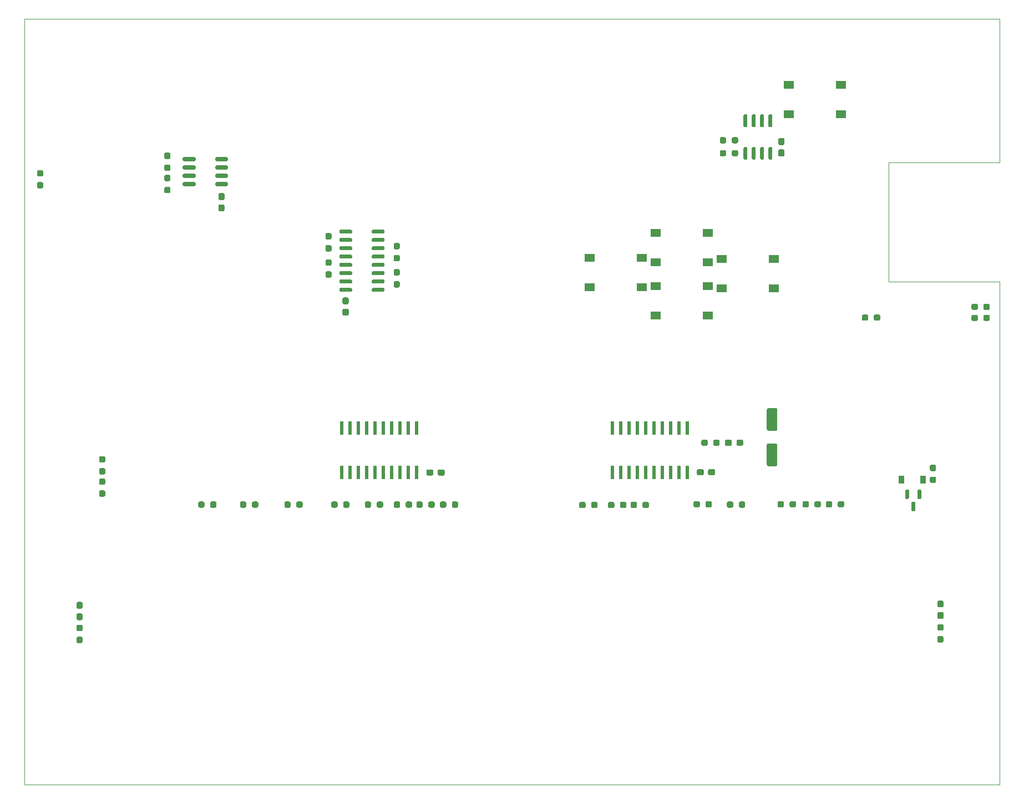
<source format=gbr>
G04 #@! TF.GenerationSoftware,KiCad,Pcbnew,(6.0.6)*
G04 #@! TF.CreationDate,2022-07-22T14:40:09-04:00*
G04 #@! TF.ProjectId,BBB_16,4242425f-3136-42e6-9b69-6361645f7063,v2*
G04 #@! TF.SameCoordinates,Original*
G04 #@! TF.FileFunction,Paste,Top*
G04 #@! TF.FilePolarity,Positive*
%FSLAX46Y46*%
G04 Gerber Fmt 4.6, Leading zero omitted, Abs format (unit mm)*
G04 Created by KiCad (PCBNEW (6.0.6)) date 2022-07-22 14:40:09*
%MOMM*%
%LPD*%
G01*
G04 APERTURE LIST*
G04 #@! TA.AperFunction,Profile*
%ADD10C,0.050000*%
G04 #@! TD*
%ADD11R,0.900000X1.200000*%
%ADD12R,1.550000X1.300000*%
%ADD13R,0.558800X2.159000*%
G04 APERTURE END LIST*
D10*
X218967000Y-153599800D02*
X218967000Y-76799800D01*
X70167000Y-36699800D02*
X70167000Y-153615800D01*
X218967000Y-36699800D02*
X70167000Y-36699800D01*
X218967000Y-58599800D02*
X218967000Y-36699800D01*
X202067000Y-58599800D02*
X202067000Y-76799800D01*
X202067000Y-76799800D02*
X218967000Y-76799800D01*
X218967000Y-153599800D02*
X70167000Y-153615800D01*
X218967000Y-58599800D02*
X202067000Y-58599800D01*
G36*
G01*
X131492000Y-106187300D02*
X131492000Y-105712300D01*
G75*
G02*
X131729500Y-105474800I237500J0D01*
G01*
X132329500Y-105474800D01*
G75*
G02*
X132567000Y-105712300I0J-237500D01*
G01*
X132567000Y-106187300D01*
G75*
G02*
X132329500Y-106424800I-237500J0D01*
G01*
X131729500Y-106424800D01*
G75*
G02*
X131492000Y-106187300I0J237500D01*
G01*
G37*
G36*
G01*
X133217000Y-106187300D02*
X133217000Y-105712300D01*
G75*
G02*
X133454500Y-105474800I237500J0D01*
G01*
X134054500Y-105474800D01*
G75*
G02*
X134292000Y-105712300I0J-237500D01*
G01*
X134292000Y-106187300D01*
G75*
G02*
X134054500Y-106424800I-237500J0D01*
G01*
X133454500Y-106424800D01*
G75*
G02*
X133217000Y-106187300I0J237500D01*
G01*
G37*
G36*
G01*
X172767000Y-106137300D02*
X172767000Y-105662300D01*
G75*
G02*
X173004500Y-105424800I237500J0D01*
G01*
X173604500Y-105424800D01*
G75*
G02*
X173842000Y-105662300I0J-237500D01*
G01*
X173842000Y-106137300D01*
G75*
G02*
X173604500Y-106374800I-237500J0D01*
G01*
X173004500Y-106374800D01*
G75*
G02*
X172767000Y-106137300I0J237500D01*
G01*
G37*
G36*
G01*
X174492000Y-106137300D02*
X174492000Y-105662300D01*
G75*
G02*
X174729500Y-105424800I237500J0D01*
G01*
X175329500Y-105424800D01*
G75*
G02*
X175567000Y-105662300I0J-237500D01*
G01*
X175567000Y-106137300D01*
G75*
G02*
X175329500Y-106374800I-237500J0D01*
G01*
X174729500Y-106374800D01*
G75*
G02*
X174492000Y-106137300I0J237500D01*
G01*
G37*
D11*
X203967000Y-107049800D03*
X207267000Y-107049800D03*
G36*
G01*
X92204500Y-59899800D02*
X91729500Y-59899800D01*
G75*
G02*
X91492000Y-59662300I0J237500D01*
G01*
X91492000Y-59162300D01*
G75*
G02*
X91729500Y-58924800I237500J0D01*
G01*
X92204500Y-58924800D01*
G75*
G02*
X92442000Y-59162300I0J-237500D01*
G01*
X92442000Y-59662300D01*
G75*
G02*
X92204500Y-59899800I-237500J0D01*
G01*
G37*
G36*
G01*
X92204500Y-58074800D02*
X91729500Y-58074800D01*
G75*
G02*
X91492000Y-57837300I0J237500D01*
G01*
X91492000Y-57337300D01*
G75*
G02*
X91729500Y-57099800I237500J0D01*
G01*
X92204500Y-57099800D01*
G75*
G02*
X92442000Y-57337300I0J-237500D01*
G01*
X92442000Y-57837300D01*
G75*
G02*
X92204500Y-58074800I-237500J0D01*
G01*
G37*
G36*
G01*
X92204500Y-63299800D02*
X91729500Y-63299800D01*
G75*
G02*
X91492000Y-63062300I0J237500D01*
G01*
X91492000Y-62562300D01*
G75*
G02*
X91729500Y-62324800I237500J0D01*
G01*
X92204500Y-62324800D01*
G75*
G02*
X92442000Y-62562300I0J-237500D01*
G01*
X92442000Y-63062300D01*
G75*
G02*
X92204500Y-63299800I-237500J0D01*
G01*
G37*
G36*
G01*
X92204500Y-61474800D02*
X91729500Y-61474800D01*
G75*
G02*
X91492000Y-61237300I0J237500D01*
G01*
X91492000Y-60737300D01*
G75*
G02*
X91729500Y-60499800I237500J0D01*
G01*
X92204500Y-60499800D01*
G75*
G02*
X92442000Y-60737300I0J-237500D01*
G01*
X92442000Y-61237300D01*
G75*
G02*
X92204500Y-61474800I-237500J0D01*
G01*
G37*
G36*
G01*
X78329500Y-125699800D02*
X78804500Y-125699800D01*
G75*
G02*
X79042000Y-125937300I0J-237500D01*
G01*
X79042000Y-126512300D01*
G75*
G02*
X78804500Y-126749800I-237500J0D01*
G01*
X78329500Y-126749800D01*
G75*
G02*
X78092000Y-126512300I0J237500D01*
G01*
X78092000Y-125937300D01*
G75*
G02*
X78329500Y-125699800I237500J0D01*
G01*
G37*
G36*
G01*
X78329500Y-127449800D02*
X78804500Y-127449800D01*
G75*
G02*
X79042000Y-127687300I0J-237500D01*
G01*
X79042000Y-128262300D01*
G75*
G02*
X78804500Y-128499800I-237500J0D01*
G01*
X78329500Y-128499800D01*
G75*
G02*
X78092000Y-128262300I0J237500D01*
G01*
X78092000Y-127687300D01*
G75*
G02*
X78329500Y-127449800I237500J0D01*
G01*
G37*
G36*
G01*
X209729500Y-125499800D02*
X210204500Y-125499800D01*
G75*
G02*
X210442000Y-125737300I0J-237500D01*
G01*
X210442000Y-126312300D01*
G75*
G02*
X210204500Y-126549800I-237500J0D01*
G01*
X209729500Y-126549800D01*
G75*
G02*
X209492000Y-126312300I0J237500D01*
G01*
X209492000Y-125737300D01*
G75*
G02*
X209729500Y-125499800I237500J0D01*
G01*
G37*
G36*
G01*
X209729500Y-127249800D02*
X210204500Y-127249800D01*
G75*
G02*
X210442000Y-127487300I0J-237500D01*
G01*
X210442000Y-128062300D01*
G75*
G02*
X210204500Y-128299800I-237500J0D01*
G01*
X209729500Y-128299800D01*
G75*
G02*
X209492000Y-128062300I0J237500D01*
G01*
X209492000Y-127487300D01*
G75*
G02*
X209729500Y-127249800I237500J0D01*
G01*
G37*
G36*
G01*
X78329500Y-129199800D02*
X78804500Y-129199800D01*
G75*
G02*
X79042000Y-129437300I0J-237500D01*
G01*
X79042000Y-129937300D01*
G75*
G02*
X78804500Y-130174800I-237500J0D01*
G01*
X78329500Y-130174800D01*
G75*
G02*
X78092000Y-129937300I0J237500D01*
G01*
X78092000Y-129437300D01*
G75*
G02*
X78329500Y-129199800I237500J0D01*
G01*
G37*
G36*
G01*
X78329500Y-131024800D02*
X78804500Y-131024800D01*
G75*
G02*
X79042000Y-131262300I0J-237500D01*
G01*
X79042000Y-131762300D01*
G75*
G02*
X78804500Y-131999800I-237500J0D01*
G01*
X78329500Y-131999800D01*
G75*
G02*
X78092000Y-131762300I0J237500D01*
G01*
X78092000Y-131262300D01*
G75*
G02*
X78329500Y-131024800I237500J0D01*
G01*
G37*
G36*
G01*
X209729500Y-129099800D02*
X210204500Y-129099800D01*
G75*
G02*
X210442000Y-129337300I0J-237500D01*
G01*
X210442000Y-129837300D01*
G75*
G02*
X210204500Y-130074800I-237500J0D01*
G01*
X209729500Y-130074800D01*
G75*
G02*
X209492000Y-129837300I0J237500D01*
G01*
X209492000Y-129337300D01*
G75*
G02*
X209729500Y-129099800I237500J0D01*
G01*
G37*
G36*
G01*
X209729500Y-130924800D02*
X210204500Y-130924800D01*
G75*
G02*
X210442000Y-131162300I0J-237500D01*
G01*
X210442000Y-131662300D01*
G75*
G02*
X210204500Y-131899800I-237500J0D01*
G01*
X209729500Y-131899800D01*
G75*
G02*
X209492000Y-131662300I0J237500D01*
G01*
X209492000Y-131162300D01*
G75*
G02*
X209729500Y-130924800I237500J0D01*
G01*
G37*
G36*
G01*
X177067000Y-101637300D02*
X177067000Y-101162300D01*
G75*
G02*
X177304500Y-100924800I237500J0D01*
G01*
X177879500Y-100924800D01*
G75*
G02*
X178117000Y-101162300I0J-237500D01*
G01*
X178117000Y-101637300D01*
G75*
G02*
X177879500Y-101874800I-237500J0D01*
G01*
X177304500Y-101874800D01*
G75*
G02*
X177067000Y-101637300I0J237500D01*
G01*
G37*
G36*
G01*
X178817000Y-101637300D02*
X178817000Y-101162300D01*
G75*
G02*
X179054500Y-100924800I237500J0D01*
G01*
X179629500Y-100924800D01*
G75*
G02*
X179867000Y-101162300I0J-237500D01*
G01*
X179867000Y-101637300D01*
G75*
G02*
X179629500Y-101874800I-237500J0D01*
G01*
X179054500Y-101874800D01*
G75*
G02*
X178817000Y-101637300I0J237500D01*
G01*
G37*
G36*
G01*
X179077000Y-54982300D02*
X179077000Y-55457300D01*
G75*
G02*
X178839500Y-55694800I-237500J0D01*
G01*
X178339500Y-55694800D01*
G75*
G02*
X178102000Y-55457300I0J237500D01*
G01*
X178102000Y-54982300D01*
G75*
G02*
X178339500Y-54744800I237500J0D01*
G01*
X178839500Y-54744800D01*
G75*
G02*
X179077000Y-54982300I0J-237500D01*
G01*
G37*
G36*
G01*
X177252000Y-54982300D02*
X177252000Y-55457300D01*
G75*
G02*
X177014500Y-55694800I-237500J0D01*
G01*
X176514500Y-55694800D01*
G75*
G02*
X176277000Y-55457300I0J237500D01*
G01*
X176277000Y-54982300D01*
G75*
G02*
X176514500Y-54744800I237500J0D01*
G01*
X177014500Y-54744800D01*
G75*
G02*
X177252000Y-54982300I0J-237500D01*
G01*
G37*
G36*
G01*
X99979500Y-63274800D02*
X100454500Y-63274800D01*
G75*
G02*
X100692000Y-63512300I0J-237500D01*
G01*
X100692000Y-64112300D01*
G75*
G02*
X100454500Y-64349800I-237500J0D01*
G01*
X99979500Y-64349800D01*
G75*
G02*
X99742000Y-64112300I0J237500D01*
G01*
X99742000Y-63512300D01*
G75*
G02*
X99979500Y-63274800I237500J0D01*
G01*
G37*
G36*
G01*
X99979500Y-64999800D02*
X100454500Y-64999800D01*
G75*
G02*
X100692000Y-65237300I0J-237500D01*
G01*
X100692000Y-65837300D01*
G75*
G02*
X100454500Y-66074800I-237500J0D01*
G01*
X99979500Y-66074800D01*
G75*
G02*
X99742000Y-65837300I0J237500D01*
G01*
X99742000Y-65237300D01*
G75*
G02*
X99979500Y-64999800I237500J0D01*
G01*
G37*
D12*
X186792000Y-46749800D03*
X194742000Y-46749800D03*
X186792000Y-51249800D03*
X194742000Y-51249800D03*
D13*
X171332000Y-99171600D03*
X170062000Y-99171600D03*
X168792000Y-99171600D03*
X167522000Y-99171600D03*
X166252000Y-99171600D03*
X164982000Y-99171600D03*
X163712000Y-99171600D03*
X162442000Y-99171600D03*
X161172000Y-99171600D03*
X159902000Y-99171600D03*
X159902000Y-105928000D03*
X161172000Y-105928000D03*
X162442000Y-105928000D03*
X163712000Y-105928000D03*
X164982000Y-105928000D03*
X166252000Y-105928000D03*
X167522000Y-105928000D03*
X168792000Y-105928000D03*
X170062000Y-105928000D03*
X171332000Y-105928000D03*
G36*
G01*
X185914500Y-57682300D02*
X185439500Y-57682300D01*
G75*
G02*
X185202000Y-57444800I0J237500D01*
G01*
X185202000Y-56844800D01*
G75*
G02*
X185439500Y-56607300I237500J0D01*
G01*
X185914500Y-56607300D01*
G75*
G02*
X186152000Y-56844800I0J-237500D01*
G01*
X186152000Y-57444800D01*
G75*
G02*
X185914500Y-57682300I-237500J0D01*
G01*
G37*
G36*
G01*
X185914500Y-55957300D02*
X185439500Y-55957300D01*
G75*
G02*
X185202000Y-55719800I0J237500D01*
G01*
X185202000Y-55119800D01*
G75*
G02*
X185439500Y-54882300I237500J0D01*
G01*
X185914500Y-54882300D01*
G75*
G02*
X186152000Y-55119800I0J-237500D01*
G01*
X186152000Y-55719800D01*
G75*
G02*
X185914500Y-55957300I-237500J0D01*
G01*
G37*
G36*
G01*
X179077000Y-56962300D02*
X179077000Y-57437300D01*
G75*
G02*
X178839500Y-57674800I-237500J0D01*
G01*
X178339500Y-57674800D01*
G75*
G02*
X178102000Y-57437300I0J237500D01*
G01*
X178102000Y-56962300D01*
G75*
G02*
X178339500Y-56724800I237500J0D01*
G01*
X178839500Y-56724800D01*
G75*
G02*
X179077000Y-56962300I0J-237500D01*
G01*
G37*
G36*
G01*
X177252000Y-56962300D02*
X177252000Y-57437300D01*
G75*
G02*
X177014500Y-57674800I-237500J0D01*
G01*
X176514500Y-57674800D01*
G75*
G02*
X176277000Y-57437300I0J237500D01*
G01*
X176277000Y-56962300D01*
G75*
G02*
X176514500Y-56724800I237500J0D01*
G01*
X177014500Y-56724800D01*
G75*
G02*
X177252000Y-56962300I0J-237500D01*
G01*
G37*
G36*
G01*
X183862000Y-51279800D02*
X184162000Y-51279800D01*
G75*
G02*
X184312000Y-51429800I0J-150000D01*
G01*
X184312000Y-53079800D01*
G75*
G02*
X184162000Y-53229800I-150000J0D01*
G01*
X183862000Y-53229800D01*
G75*
G02*
X183712000Y-53079800I0J150000D01*
G01*
X183712000Y-51429800D01*
G75*
G02*
X183862000Y-51279800I150000J0D01*
G01*
G37*
G36*
G01*
X182592000Y-51279800D02*
X182892000Y-51279800D01*
G75*
G02*
X183042000Y-51429800I0J-150000D01*
G01*
X183042000Y-53079800D01*
G75*
G02*
X182892000Y-53229800I-150000J0D01*
G01*
X182592000Y-53229800D01*
G75*
G02*
X182442000Y-53079800I0J150000D01*
G01*
X182442000Y-51429800D01*
G75*
G02*
X182592000Y-51279800I150000J0D01*
G01*
G37*
G36*
G01*
X181322000Y-51279800D02*
X181622000Y-51279800D01*
G75*
G02*
X181772000Y-51429800I0J-150000D01*
G01*
X181772000Y-53079800D01*
G75*
G02*
X181622000Y-53229800I-150000J0D01*
G01*
X181322000Y-53229800D01*
G75*
G02*
X181172000Y-53079800I0J150000D01*
G01*
X181172000Y-51429800D01*
G75*
G02*
X181322000Y-51279800I150000J0D01*
G01*
G37*
G36*
G01*
X180052000Y-51279800D02*
X180352000Y-51279800D01*
G75*
G02*
X180502000Y-51429800I0J-150000D01*
G01*
X180502000Y-53079800D01*
G75*
G02*
X180352000Y-53229800I-150000J0D01*
G01*
X180052000Y-53229800D01*
G75*
G02*
X179902000Y-53079800I0J150000D01*
G01*
X179902000Y-51429800D01*
G75*
G02*
X180052000Y-51279800I150000J0D01*
G01*
G37*
G36*
G01*
X180052000Y-56229800D02*
X180352000Y-56229800D01*
G75*
G02*
X180502000Y-56379800I0J-150000D01*
G01*
X180502000Y-58029800D01*
G75*
G02*
X180352000Y-58179800I-150000J0D01*
G01*
X180052000Y-58179800D01*
G75*
G02*
X179902000Y-58029800I0J150000D01*
G01*
X179902000Y-56379800D01*
G75*
G02*
X180052000Y-56229800I150000J0D01*
G01*
G37*
G36*
G01*
X181322000Y-56229800D02*
X181622000Y-56229800D01*
G75*
G02*
X181772000Y-56379800I0J-150000D01*
G01*
X181772000Y-58029800D01*
G75*
G02*
X181622000Y-58179800I-150000J0D01*
G01*
X181322000Y-58179800D01*
G75*
G02*
X181172000Y-58029800I0J150000D01*
G01*
X181172000Y-56379800D01*
G75*
G02*
X181322000Y-56229800I150000J0D01*
G01*
G37*
G36*
G01*
X182592000Y-56229800D02*
X182892000Y-56229800D01*
G75*
G02*
X183042000Y-56379800I0J-150000D01*
G01*
X183042000Y-58029800D01*
G75*
G02*
X182892000Y-58179800I-150000J0D01*
G01*
X182592000Y-58179800D01*
G75*
G02*
X182442000Y-58029800I0J150000D01*
G01*
X182442000Y-56379800D01*
G75*
G02*
X182592000Y-56229800I150000J0D01*
G01*
G37*
G36*
G01*
X183862000Y-56229800D02*
X184162000Y-56229800D01*
G75*
G02*
X184312000Y-56379800I0J-150000D01*
G01*
X184312000Y-58029800D01*
G75*
G02*
X184162000Y-58179800I-150000J0D01*
G01*
X183862000Y-58179800D01*
G75*
G02*
X183712000Y-58029800I0J150000D01*
G01*
X183712000Y-56379800D01*
G75*
G02*
X183862000Y-56229800I150000J0D01*
G01*
G37*
X129982000Y-99171600D03*
X128712000Y-99171600D03*
X127442000Y-99171600D03*
X126172000Y-99171600D03*
X124902000Y-99171600D03*
X123632000Y-99171600D03*
X122362000Y-99171600D03*
X121092000Y-99171600D03*
X119822000Y-99171600D03*
X118552000Y-99171600D03*
X118552000Y-105928000D03*
X119822000Y-105928000D03*
X121092000Y-105928000D03*
X122362000Y-105928000D03*
X123632000Y-105928000D03*
X124902000Y-105928000D03*
X126172000Y-105928000D03*
X127442000Y-105928000D03*
X128712000Y-105928000D03*
X129982000Y-105928000D03*
G36*
G01*
X101217000Y-61754800D02*
X101217000Y-62054800D01*
G75*
G02*
X101067000Y-62204800I-150000J0D01*
G01*
X99417000Y-62204800D01*
G75*
G02*
X99267000Y-62054800I0J150000D01*
G01*
X99267000Y-61754800D01*
G75*
G02*
X99417000Y-61604800I150000J0D01*
G01*
X101067000Y-61604800D01*
G75*
G02*
X101217000Y-61754800I0J-150000D01*
G01*
G37*
G36*
G01*
X101217000Y-60484800D02*
X101217000Y-60784800D01*
G75*
G02*
X101067000Y-60934800I-150000J0D01*
G01*
X99417000Y-60934800D01*
G75*
G02*
X99267000Y-60784800I0J150000D01*
G01*
X99267000Y-60484800D01*
G75*
G02*
X99417000Y-60334800I150000J0D01*
G01*
X101067000Y-60334800D01*
G75*
G02*
X101217000Y-60484800I0J-150000D01*
G01*
G37*
G36*
G01*
X101217000Y-59214800D02*
X101217000Y-59514800D01*
G75*
G02*
X101067000Y-59664800I-150000J0D01*
G01*
X99417000Y-59664800D01*
G75*
G02*
X99267000Y-59514800I0J150000D01*
G01*
X99267000Y-59214800D01*
G75*
G02*
X99417000Y-59064800I150000J0D01*
G01*
X101067000Y-59064800D01*
G75*
G02*
X101217000Y-59214800I0J-150000D01*
G01*
G37*
G36*
G01*
X101217000Y-57944800D02*
X101217000Y-58244800D01*
G75*
G02*
X101067000Y-58394800I-150000J0D01*
G01*
X99417000Y-58394800D01*
G75*
G02*
X99267000Y-58244800I0J150000D01*
G01*
X99267000Y-57944800D01*
G75*
G02*
X99417000Y-57794800I150000J0D01*
G01*
X101067000Y-57794800D01*
G75*
G02*
X101217000Y-57944800I0J-150000D01*
G01*
G37*
G36*
G01*
X96267000Y-57944800D02*
X96267000Y-58244800D01*
G75*
G02*
X96117000Y-58394800I-150000J0D01*
G01*
X94467000Y-58394800D01*
G75*
G02*
X94317000Y-58244800I0J150000D01*
G01*
X94317000Y-57944800D01*
G75*
G02*
X94467000Y-57794800I150000J0D01*
G01*
X96117000Y-57794800D01*
G75*
G02*
X96267000Y-57944800I0J-150000D01*
G01*
G37*
G36*
G01*
X96267000Y-59214800D02*
X96267000Y-59514800D01*
G75*
G02*
X96117000Y-59664800I-150000J0D01*
G01*
X94467000Y-59664800D01*
G75*
G02*
X94317000Y-59514800I0J150000D01*
G01*
X94317000Y-59214800D01*
G75*
G02*
X94467000Y-59064800I150000J0D01*
G01*
X96117000Y-59064800D01*
G75*
G02*
X96267000Y-59214800I0J-150000D01*
G01*
G37*
G36*
G01*
X96267000Y-60484800D02*
X96267000Y-60784800D01*
G75*
G02*
X96117000Y-60934800I-150000J0D01*
G01*
X94467000Y-60934800D01*
G75*
G02*
X94317000Y-60784800I0J150000D01*
G01*
X94317000Y-60484800D01*
G75*
G02*
X94467000Y-60334800I150000J0D01*
G01*
X96117000Y-60334800D01*
G75*
G02*
X96267000Y-60484800I0J-150000D01*
G01*
G37*
G36*
G01*
X96267000Y-61754800D02*
X96267000Y-62054800D01*
G75*
G02*
X96117000Y-62204800I-150000J0D01*
G01*
X94467000Y-62204800D01*
G75*
G02*
X94317000Y-62054800I0J150000D01*
G01*
X94317000Y-61754800D01*
G75*
G02*
X94467000Y-61604800I150000J0D01*
G01*
X96117000Y-61604800D01*
G75*
G02*
X96267000Y-61754800I0J-150000D01*
G01*
G37*
D12*
X166492000Y-77449800D03*
X174442000Y-77449800D03*
X174442000Y-81949800D03*
X166492000Y-81949800D03*
G36*
G01*
X118929500Y-79199800D02*
X119404500Y-79199800D01*
G75*
G02*
X119642000Y-79437300I0J-237500D01*
G01*
X119642000Y-80037300D01*
G75*
G02*
X119404500Y-80274800I-237500J0D01*
G01*
X118929500Y-80274800D01*
G75*
G02*
X118692000Y-80037300I0J237500D01*
G01*
X118692000Y-79437300D01*
G75*
G02*
X118929500Y-79199800I237500J0D01*
G01*
G37*
G36*
G01*
X118929500Y-80924800D02*
X119404500Y-80924800D01*
G75*
G02*
X119642000Y-81162300I0J-237500D01*
G01*
X119642000Y-81762300D01*
G75*
G02*
X119404500Y-81999800I-237500J0D01*
G01*
X118929500Y-81999800D01*
G75*
G02*
X118692000Y-81762300I0J237500D01*
G01*
X118692000Y-81162300D01*
G75*
G02*
X118929500Y-80924800I237500J0D01*
G01*
G37*
G36*
G01*
X125117000Y-77894800D02*
X125117000Y-78194800D01*
G75*
G02*
X124967000Y-78344800I-150000J0D01*
G01*
X123317000Y-78344800D01*
G75*
G02*
X123167000Y-78194800I0J150000D01*
G01*
X123167000Y-77894800D01*
G75*
G02*
X123317000Y-77744800I150000J0D01*
G01*
X124967000Y-77744800D01*
G75*
G02*
X125117000Y-77894800I0J-150000D01*
G01*
G37*
G36*
G01*
X125117000Y-76624800D02*
X125117000Y-76924800D01*
G75*
G02*
X124967000Y-77074800I-150000J0D01*
G01*
X123317000Y-77074800D01*
G75*
G02*
X123167000Y-76924800I0J150000D01*
G01*
X123167000Y-76624800D01*
G75*
G02*
X123317000Y-76474800I150000J0D01*
G01*
X124967000Y-76474800D01*
G75*
G02*
X125117000Y-76624800I0J-150000D01*
G01*
G37*
G36*
G01*
X125117000Y-75354800D02*
X125117000Y-75654800D01*
G75*
G02*
X124967000Y-75804800I-150000J0D01*
G01*
X123317000Y-75804800D01*
G75*
G02*
X123167000Y-75654800I0J150000D01*
G01*
X123167000Y-75354800D01*
G75*
G02*
X123317000Y-75204800I150000J0D01*
G01*
X124967000Y-75204800D01*
G75*
G02*
X125117000Y-75354800I0J-150000D01*
G01*
G37*
G36*
G01*
X125117000Y-74084800D02*
X125117000Y-74384800D01*
G75*
G02*
X124967000Y-74534800I-150000J0D01*
G01*
X123317000Y-74534800D01*
G75*
G02*
X123167000Y-74384800I0J150000D01*
G01*
X123167000Y-74084800D01*
G75*
G02*
X123317000Y-73934800I150000J0D01*
G01*
X124967000Y-73934800D01*
G75*
G02*
X125117000Y-74084800I0J-150000D01*
G01*
G37*
G36*
G01*
X125117000Y-72814800D02*
X125117000Y-73114800D01*
G75*
G02*
X124967000Y-73264800I-150000J0D01*
G01*
X123317000Y-73264800D01*
G75*
G02*
X123167000Y-73114800I0J150000D01*
G01*
X123167000Y-72814800D01*
G75*
G02*
X123317000Y-72664800I150000J0D01*
G01*
X124967000Y-72664800D01*
G75*
G02*
X125117000Y-72814800I0J-150000D01*
G01*
G37*
G36*
G01*
X125117000Y-71544800D02*
X125117000Y-71844800D01*
G75*
G02*
X124967000Y-71994800I-150000J0D01*
G01*
X123317000Y-71994800D01*
G75*
G02*
X123167000Y-71844800I0J150000D01*
G01*
X123167000Y-71544800D01*
G75*
G02*
X123317000Y-71394800I150000J0D01*
G01*
X124967000Y-71394800D01*
G75*
G02*
X125117000Y-71544800I0J-150000D01*
G01*
G37*
G36*
G01*
X125117000Y-70274800D02*
X125117000Y-70574800D01*
G75*
G02*
X124967000Y-70724800I-150000J0D01*
G01*
X123317000Y-70724800D01*
G75*
G02*
X123167000Y-70574800I0J150000D01*
G01*
X123167000Y-70274800D01*
G75*
G02*
X123317000Y-70124800I150000J0D01*
G01*
X124967000Y-70124800D01*
G75*
G02*
X125117000Y-70274800I0J-150000D01*
G01*
G37*
G36*
G01*
X125117000Y-69004800D02*
X125117000Y-69304800D01*
G75*
G02*
X124967000Y-69454800I-150000J0D01*
G01*
X123317000Y-69454800D01*
G75*
G02*
X123167000Y-69304800I0J150000D01*
G01*
X123167000Y-69004800D01*
G75*
G02*
X123317000Y-68854800I150000J0D01*
G01*
X124967000Y-68854800D01*
G75*
G02*
X125117000Y-69004800I0J-150000D01*
G01*
G37*
G36*
G01*
X120167000Y-69004800D02*
X120167000Y-69304800D01*
G75*
G02*
X120017000Y-69454800I-150000J0D01*
G01*
X118367000Y-69454800D01*
G75*
G02*
X118217000Y-69304800I0J150000D01*
G01*
X118217000Y-69004800D01*
G75*
G02*
X118367000Y-68854800I150000J0D01*
G01*
X120017000Y-68854800D01*
G75*
G02*
X120167000Y-69004800I0J-150000D01*
G01*
G37*
G36*
G01*
X120167000Y-70274800D02*
X120167000Y-70574800D01*
G75*
G02*
X120017000Y-70724800I-150000J0D01*
G01*
X118367000Y-70724800D01*
G75*
G02*
X118217000Y-70574800I0J150000D01*
G01*
X118217000Y-70274800D01*
G75*
G02*
X118367000Y-70124800I150000J0D01*
G01*
X120017000Y-70124800D01*
G75*
G02*
X120167000Y-70274800I0J-150000D01*
G01*
G37*
G36*
G01*
X120167000Y-71544800D02*
X120167000Y-71844800D01*
G75*
G02*
X120017000Y-71994800I-150000J0D01*
G01*
X118367000Y-71994800D01*
G75*
G02*
X118217000Y-71844800I0J150000D01*
G01*
X118217000Y-71544800D01*
G75*
G02*
X118367000Y-71394800I150000J0D01*
G01*
X120017000Y-71394800D01*
G75*
G02*
X120167000Y-71544800I0J-150000D01*
G01*
G37*
G36*
G01*
X120167000Y-72814800D02*
X120167000Y-73114800D01*
G75*
G02*
X120017000Y-73264800I-150000J0D01*
G01*
X118367000Y-73264800D01*
G75*
G02*
X118217000Y-73114800I0J150000D01*
G01*
X118217000Y-72814800D01*
G75*
G02*
X118367000Y-72664800I150000J0D01*
G01*
X120017000Y-72664800D01*
G75*
G02*
X120167000Y-72814800I0J-150000D01*
G01*
G37*
G36*
G01*
X120167000Y-74084800D02*
X120167000Y-74384800D01*
G75*
G02*
X120017000Y-74534800I-150000J0D01*
G01*
X118367000Y-74534800D01*
G75*
G02*
X118217000Y-74384800I0J150000D01*
G01*
X118217000Y-74084800D01*
G75*
G02*
X118367000Y-73934800I150000J0D01*
G01*
X120017000Y-73934800D01*
G75*
G02*
X120167000Y-74084800I0J-150000D01*
G01*
G37*
G36*
G01*
X120167000Y-75354800D02*
X120167000Y-75654800D01*
G75*
G02*
X120017000Y-75804800I-150000J0D01*
G01*
X118367000Y-75804800D01*
G75*
G02*
X118217000Y-75654800I0J150000D01*
G01*
X118217000Y-75354800D01*
G75*
G02*
X118367000Y-75204800I150000J0D01*
G01*
X120017000Y-75204800D01*
G75*
G02*
X120167000Y-75354800I0J-150000D01*
G01*
G37*
G36*
G01*
X120167000Y-76624800D02*
X120167000Y-76924800D01*
G75*
G02*
X120017000Y-77074800I-150000J0D01*
G01*
X118367000Y-77074800D01*
G75*
G02*
X118217000Y-76924800I0J150000D01*
G01*
X118217000Y-76624800D01*
G75*
G02*
X118367000Y-76474800I150000J0D01*
G01*
X120017000Y-76474800D01*
G75*
G02*
X120167000Y-76624800I0J-150000D01*
G01*
G37*
G36*
G01*
X120167000Y-77894800D02*
X120167000Y-78194800D01*
G75*
G02*
X120017000Y-78344800I-150000J0D01*
G01*
X118367000Y-78344800D01*
G75*
G02*
X118217000Y-78194800I0J150000D01*
G01*
X118217000Y-77894800D01*
G75*
G02*
X118367000Y-77744800I150000J0D01*
G01*
X120017000Y-77744800D01*
G75*
G02*
X120167000Y-77894800I0J-150000D01*
G01*
G37*
X166492000Y-69349800D03*
X174442000Y-69349800D03*
X166492000Y-73849800D03*
X174442000Y-73849800D03*
X156392000Y-73149800D03*
X164342000Y-73149800D03*
X164342000Y-77649800D03*
X156392000Y-77649800D03*
X176592000Y-73349800D03*
X184542000Y-73349800D03*
X184542000Y-77849800D03*
X176592000Y-77849800D03*
G36*
G01*
X82254500Y-109649800D02*
X81779500Y-109649800D01*
G75*
G02*
X81542000Y-109412300I0J237500D01*
G01*
X81542000Y-108912300D01*
G75*
G02*
X81779500Y-108674800I237500J0D01*
G01*
X82254500Y-108674800D01*
G75*
G02*
X82492000Y-108912300I0J-237500D01*
G01*
X82492000Y-109412300D01*
G75*
G02*
X82254500Y-109649800I-237500J0D01*
G01*
G37*
G36*
G01*
X82254500Y-107824800D02*
X81779500Y-107824800D01*
G75*
G02*
X81542000Y-107587300I0J237500D01*
G01*
X81542000Y-107087300D01*
G75*
G02*
X81779500Y-106849800I237500J0D01*
G01*
X82254500Y-106849800D01*
G75*
G02*
X82492000Y-107087300I0J-237500D01*
G01*
X82492000Y-107587300D01*
G75*
G02*
X82254500Y-107824800I-237500J0D01*
G01*
G37*
G36*
G01*
X82254500Y-106249800D02*
X81779500Y-106249800D01*
G75*
G02*
X81542000Y-106012300I0J237500D01*
G01*
X81542000Y-105512300D01*
G75*
G02*
X81779500Y-105274800I237500J0D01*
G01*
X82254500Y-105274800D01*
G75*
G02*
X82492000Y-105512300I0J-237500D01*
G01*
X82492000Y-106012300D01*
G75*
G02*
X82254500Y-106249800I-237500J0D01*
G01*
G37*
G36*
G01*
X82254500Y-104424800D02*
X81779500Y-104424800D01*
G75*
G02*
X81542000Y-104187300I0J237500D01*
G01*
X81542000Y-103687300D01*
G75*
G02*
X81779500Y-103449800I237500J0D01*
G01*
X82254500Y-103449800D01*
G75*
G02*
X82492000Y-103687300I0J-237500D01*
G01*
X82492000Y-104187300D01*
G75*
G02*
X82254500Y-104424800I-237500J0D01*
G01*
G37*
G36*
G01*
X173467000Y-101637300D02*
X173467000Y-101162300D01*
G75*
G02*
X173704500Y-100924800I237500J0D01*
G01*
X174204500Y-100924800D01*
G75*
G02*
X174442000Y-101162300I0J-237500D01*
G01*
X174442000Y-101637300D01*
G75*
G02*
X174204500Y-101874800I-237500J0D01*
G01*
X173704500Y-101874800D01*
G75*
G02*
X173467000Y-101637300I0J237500D01*
G01*
G37*
G36*
G01*
X175292000Y-101637300D02*
X175292000Y-101162300D01*
G75*
G02*
X175529500Y-100924800I237500J0D01*
G01*
X176029500Y-100924800D01*
G75*
G02*
X176267000Y-101162300I0J-237500D01*
G01*
X176267000Y-101637300D01*
G75*
G02*
X176029500Y-101874800I-237500J0D01*
G01*
X175529500Y-101874800D01*
G75*
G02*
X175292000Y-101637300I0J237500D01*
G01*
G37*
G36*
G01*
X184817000Y-104999800D02*
X183717000Y-104999800D01*
G75*
G02*
X183467000Y-104749800I0J250000D01*
G01*
X183467000Y-101749800D01*
G75*
G02*
X183717000Y-101499800I250000J0D01*
G01*
X184817000Y-101499800D01*
G75*
G02*
X185067000Y-101749800I0J-250000D01*
G01*
X185067000Y-104749800D01*
G75*
G02*
X184817000Y-104999800I-250000J0D01*
G01*
G37*
G36*
G01*
X184817000Y-99599800D02*
X183717000Y-99599800D01*
G75*
G02*
X183467000Y-99349800I0J250000D01*
G01*
X183467000Y-96349800D01*
G75*
G02*
X183717000Y-96099800I250000J0D01*
G01*
X184817000Y-96099800D01*
G75*
G02*
X185067000Y-96349800I0J-250000D01*
G01*
X185067000Y-99349800D01*
G75*
G02*
X184817000Y-99599800I-250000J0D01*
G01*
G37*
G36*
G01*
X72304500Y-59774800D02*
X72779500Y-59774800D01*
G75*
G02*
X73017000Y-60012300I0J-237500D01*
G01*
X73017000Y-60512300D01*
G75*
G02*
X72779500Y-60749800I-237500J0D01*
G01*
X72304500Y-60749800D01*
G75*
G02*
X72067000Y-60512300I0J237500D01*
G01*
X72067000Y-60012300D01*
G75*
G02*
X72304500Y-59774800I237500J0D01*
G01*
G37*
G36*
G01*
X72304500Y-61599800D02*
X72779500Y-61599800D01*
G75*
G02*
X73017000Y-61837300I0J-237500D01*
G01*
X73017000Y-62337300D01*
G75*
G02*
X72779500Y-62574800I-237500J0D01*
G01*
X72304500Y-62574800D01*
G75*
G02*
X72067000Y-62337300I0J237500D01*
G01*
X72067000Y-61837300D01*
G75*
G02*
X72304500Y-61599800I237500J0D01*
G01*
G37*
G36*
G01*
X197967000Y-82537300D02*
X197967000Y-82062300D01*
G75*
G02*
X198204500Y-81824800I237500J0D01*
G01*
X198704500Y-81824800D01*
G75*
G02*
X198942000Y-82062300I0J-237500D01*
G01*
X198942000Y-82537300D01*
G75*
G02*
X198704500Y-82774800I-237500J0D01*
G01*
X198204500Y-82774800D01*
G75*
G02*
X197967000Y-82537300I0J237500D01*
G01*
G37*
G36*
G01*
X199792000Y-82537300D02*
X199792000Y-82062300D01*
G75*
G02*
X200029500Y-81824800I237500J0D01*
G01*
X200529500Y-81824800D01*
G75*
G02*
X200767000Y-82062300I0J-237500D01*
G01*
X200767000Y-82537300D01*
G75*
G02*
X200529500Y-82774800I-237500J0D01*
G01*
X200029500Y-82774800D01*
G75*
G02*
X199792000Y-82537300I0J237500D01*
G01*
G37*
G36*
G01*
X217492000Y-82087300D02*
X217492000Y-82562300D01*
G75*
G02*
X217254500Y-82799800I-237500J0D01*
G01*
X216754500Y-82799800D01*
G75*
G02*
X216517000Y-82562300I0J237500D01*
G01*
X216517000Y-82087300D01*
G75*
G02*
X216754500Y-81849800I237500J0D01*
G01*
X217254500Y-81849800D01*
G75*
G02*
X217492000Y-82087300I0J-237500D01*
G01*
G37*
G36*
G01*
X215667000Y-82087300D02*
X215667000Y-82562300D01*
G75*
G02*
X215429500Y-82799800I-237500J0D01*
G01*
X214929500Y-82799800D01*
G75*
G02*
X214692000Y-82562300I0J237500D01*
G01*
X214692000Y-82087300D01*
G75*
G02*
X214929500Y-81849800I237500J0D01*
G01*
X215429500Y-81849800D01*
G75*
G02*
X215667000Y-82087300I0J-237500D01*
G01*
G37*
G36*
G01*
X214692000Y-80887300D02*
X214692000Y-80412300D01*
G75*
G02*
X214929500Y-80174800I237500J0D01*
G01*
X215429500Y-80174800D01*
G75*
G02*
X215667000Y-80412300I0J-237500D01*
G01*
X215667000Y-80887300D01*
G75*
G02*
X215429500Y-81124800I-237500J0D01*
G01*
X214929500Y-81124800D01*
G75*
G02*
X214692000Y-80887300I0J237500D01*
G01*
G37*
G36*
G01*
X216517000Y-80887300D02*
X216517000Y-80412300D01*
G75*
G02*
X216754500Y-80174800I237500J0D01*
G01*
X217254500Y-80174800D01*
G75*
G02*
X217492000Y-80412300I0J-237500D01*
G01*
X217492000Y-80887300D01*
G75*
G02*
X217254500Y-81124800I-237500J0D01*
G01*
X216754500Y-81124800D01*
G75*
G02*
X216517000Y-80887300I0J237500D01*
G01*
G37*
G36*
G01*
X172267000Y-111037300D02*
X172267000Y-110562300D01*
G75*
G02*
X172504500Y-110324800I237500J0D01*
G01*
X173004500Y-110324800D01*
G75*
G02*
X173242000Y-110562300I0J-237500D01*
G01*
X173242000Y-111037300D01*
G75*
G02*
X173004500Y-111274800I-237500J0D01*
G01*
X172504500Y-111274800D01*
G75*
G02*
X172267000Y-111037300I0J237500D01*
G01*
G37*
G36*
G01*
X174092000Y-111037300D02*
X174092000Y-110562300D01*
G75*
G02*
X174329500Y-110324800I237500J0D01*
G01*
X174829500Y-110324800D01*
G75*
G02*
X175067000Y-110562300I0J-237500D01*
G01*
X175067000Y-111037300D01*
G75*
G02*
X174829500Y-111274800I-237500J0D01*
G01*
X174329500Y-111274800D01*
G75*
G02*
X174092000Y-111037300I0J237500D01*
G01*
G37*
G36*
G01*
X124892000Y-110612300D02*
X124892000Y-111087300D01*
G75*
G02*
X124654500Y-111324800I-237500J0D01*
G01*
X124154500Y-111324800D01*
G75*
G02*
X123917000Y-111087300I0J237500D01*
G01*
X123917000Y-110612300D01*
G75*
G02*
X124154500Y-110374800I237500J0D01*
G01*
X124654500Y-110374800D01*
G75*
G02*
X124892000Y-110612300I0J-237500D01*
G01*
G37*
G36*
G01*
X123067000Y-110612300D02*
X123067000Y-111087300D01*
G75*
G02*
X122829500Y-111324800I-237500J0D01*
G01*
X122329500Y-111324800D01*
G75*
G02*
X122092000Y-111087300I0J237500D01*
G01*
X122092000Y-110612300D01*
G75*
G02*
X122329500Y-110374800I237500J0D01*
G01*
X122829500Y-110374800D01*
G75*
G02*
X123067000Y-110612300I0J-237500D01*
G01*
G37*
G36*
G01*
X129967000Y-111087300D02*
X129967000Y-110612300D01*
G75*
G02*
X130204500Y-110374800I237500J0D01*
G01*
X130704500Y-110374800D01*
G75*
G02*
X130942000Y-110612300I0J-237500D01*
G01*
X130942000Y-111087300D01*
G75*
G02*
X130704500Y-111324800I-237500J0D01*
G01*
X130204500Y-111324800D01*
G75*
G02*
X129967000Y-111087300I0J237500D01*
G01*
G37*
G36*
G01*
X131792000Y-111087300D02*
X131792000Y-110612300D01*
G75*
G02*
X132029500Y-110374800I237500J0D01*
G01*
X132529500Y-110374800D01*
G75*
G02*
X132767000Y-110612300I0J-237500D01*
G01*
X132767000Y-111087300D01*
G75*
G02*
X132529500Y-111324800I-237500J0D01*
G01*
X132029500Y-111324800D01*
G75*
G02*
X131792000Y-111087300I0J237500D01*
G01*
G37*
G36*
G01*
X99467000Y-110612300D02*
X99467000Y-111087300D01*
G75*
G02*
X99229500Y-111324800I-237500J0D01*
G01*
X98729500Y-111324800D01*
G75*
G02*
X98492000Y-111087300I0J237500D01*
G01*
X98492000Y-110612300D01*
G75*
G02*
X98729500Y-110374800I237500J0D01*
G01*
X99229500Y-110374800D01*
G75*
G02*
X99467000Y-110612300I0J-237500D01*
G01*
G37*
G36*
G01*
X97642000Y-110612300D02*
X97642000Y-111087300D01*
G75*
G02*
X97404500Y-111324800I-237500J0D01*
G01*
X96904500Y-111324800D01*
G75*
G02*
X96667000Y-111087300I0J237500D01*
G01*
X96667000Y-110612300D01*
G75*
G02*
X96904500Y-110374800I237500J0D01*
G01*
X97404500Y-110374800D01*
G75*
G02*
X97642000Y-110612300I0J-237500D01*
G01*
G37*
G36*
G01*
X105842000Y-110612300D02*
X105842000Y-111087300D01*
G75*
G02*
X105604500Y-111324800I-237500J0D01*
G01*
X105104500Y-111324800D01*
G75*
G02*
X104867000Y-111087300I0J237500D01*
G01*
X104867000Y-110612300D01*
G75*
G02*
X105104500Y-110374800I237500J0D01*
G01*
X105604500Y-110374800D01*
G75*
G02*
X105842000Y-110612300I0J-237500D01*
G01*
G37*
G36*
G01*
X104017000Y-110612300D02*
X104017000Y-111087300D01*
G75*
G02*
X103779500Y-111324800I-237500J0D01*
G01*
X103279500Y-111324800D01*
G75*
G02*
X103042000Y-111087300I0J237500D01*
G01*
X103042000Y-110612300D01*
G75*
G02*
X103279500Y-110374800I237500J0D01*
G01*
X103779500Y-110374800D01*
G75*
G02*
X104017000Y-110612300I0J-237500D01*
G01*
G37*
G36*
G01*
X206617000Y-108524800D02*
X206917000Y-108524800D01*
G75*
G02*
X207067000Y-108674800I0J-150000D01*
G01*
X207067000Y-109849800D01*
G75*
G02*
X206917000Y-109999800I-150000J0D01*
G01*
X206617000Y-109999800D01*
G75*
G02*
X206467000Y-109849800I0J150000D01*
G01*
X206467000Y-108674800D01*
G75*
G02*
X206617000Y-108524800I150000J0D01*
G01*
G37*
G36*
G01*
X204717000Y-108524800D02*
X205017000Y-108524800D01*
G75*
G02*
X205167000Y-108674800I0J-150000D01*
G01*
X205167000Y-109849800D01*
G75*
G02*
X205017000Y-109999800I-150000J0D01*
G01*
X204717000Y-109999800D01*
G75*
G02*
X204567000Y-109849800I0J150000D01*
G01*
X204567000Y-108674800D01*
G75*
G02*
X204717000Y-108524800I150000J0D01*
G01*
G37*
G36*
G01*
X205667000Y-110399800D02*
X205967000Y-110399800D01*
G75*
G02*
X206117000Y-110549800I0J-150000D01*
G01*
X206117000Y-111724800D01*
G75*
G02*
X205967000Y-111874800I-150000J0D01*
G01*
X205667000Y-111874800D01*
G75*
G02*
X205517000Y-111724800I0J150000D01*
G01*
X205517000Y-110549800D01*
G75*
G02*
X205667000Y-110399800I150000J0D01*
G01*
G37*
G36*
G01*
X119767000Y-110612300D02*
X119767000Y-111087300D01*
G75*
G02*
X119529500Y-111324800I-237500J0D01*
G01*
X119029500Y-111324800D01*
G75*
G02*
X118792000Y-111087300I0J237500D01*
G01*
X118792000Y-110612300D01*
G75*
G02*
X119029500Y-110374800I237500J0D01*
G01*
X119529500Y-110374800D01*
G75*
G02*
X119767000Y-110612300I0J-237500D01*
G01*
G37*
G36*
G01*
X117942000Y-110612300D02*
X117942000Y-111087300D01*
G75*
G02*
X117704500Y-111324800I-237500J0D01*
G01*
X117204500Y-111324800D01*
G75*
G02*
X116967000Y-111087300I0J237500D01*
G01*
X116967000Y-110612300D01*
G75*
G02*
X117204500Y-110374800I237500J0D01*
G01*
X117704500Y-110374800D01*
G75*
G02*
X117942000Y-110612300I0J-237500D01*
G01*
G37*
G36*
G01*
X127204500Y-77699800D02*
X126729500Y-77699800D01*
G75*
G02*
X126492000Y-77462300I0J237500D01*
G01*
X126492000Y-76962300D01*
G75*
G02*
X126729500Y-76724800I237500J0D01*
G01*
X127204500Y-76724800D01*
G75*
G02*
X127442000Y-76962300I0J-237500D01*
G01*
X127442000Y-77462300D01*
G75*
G02*
X127204500Y-77699800I-237500J0D01*
G01*
G37*
G36*
G01*
X127204500Y-75874800D02*
X126729500Y-75874800D01*
G75*
G02*
X126492000Y-75637300I0J237500D01*
G01*
X126492000Y-75137300D01*
G75*
G02*
X126729500Y-74899800I237500J0D01*
G01*
X127204500Y-74899800D01*
G75*
G02*
X127442000Y-75137300I0J-237500D01*
G01*
X127442000Y-75637300D01*
G75*
G02*
X127204500Y-75874800I-237500J0D01*
G01*
G37*
G36*
G01*
X162017000Y-110662300D02*
X162017000Y-111137300D01*
G75*
G02*
X161779500Y-111374800I-237500J0D01*
G01*
X161279500Y-111374800D01*
G75*
G02*
X161042000Y-111137300I0J237500D01*
G01*
X161042000Y-110662300D01*
G75*
G02*
X161279500Y-110424800I237500J0D01*
G01*
X161779500Y-110424800D01*
G75*
G02*
X162017000Y-110662300I0J-237500D01*
G01*
G37*
G36*
G01*
X160192000Y-110662300D02*
X160192000Y-111137300D01*
G75*
G02*
X159954500Y-111374800I-237500J0D01*
G01*
X159454500Y-111374800D01*
G75*
G02*
X159217000Y-111137300I0J237500D01*
G01*
X159217000Y-110662300D01*
G75*
G02*
X159454500Y-110424800I237500J0D01*
G01*
X159954500Y-110424800D01*
G75*
G02*
X160192000Y-110662300I0J-237500D01*
G01*
G37*
G36*
G01*
X133567000Y-111087300D02*
X133567000Y-110612300D01*
G75*
G02*
X133804500Y-110374800I237500J0D01*
G01*
X134304500Y-110374800D01*
G75*
G02*
X134542000Y-110612300I0J-237500D01*
G01*
X134542000Y-111087300D01*
G75*
G02*
X134304500Y-111324800I-237500J0D01*
G01*
X133804500Y-111324800D01*
G75*
G02*
X133567000Y-111087300I0J237500D01*
G01*
G37*
G36*
G01*
X135392000Y-111087300D02*
X135392000Y-110612300D01*
G75*
G02*
X135629500Y-110374800I237500J0D01*
G01*
X136129500Y-110374800D01*
G75*
G02*
X136367000Y-110612300I0J-237500D01*
G01*
X136367000Y-111087300D01*
G75*
G02*
X136129500Y-111324800I-237500J0D01*
G01*
X135629500Y-111324800D01*
G75*
G02*
X135392000Y-111087300I0J237500D01*
G01*
G37*
G36*
G01*
X127204500Y-73699800D02*
X126729500Y-73699800D01*
G75*
G02*
X126492000Y-73462300I0J237500D01*
G01*
X126492000Y-72962300D01*
G75*
G02*
X126729500Y-72724800I237500J0D01*
G01*
X127204500Y-72724800D01*
G75*
G02*
X127442000Y-72962300I0J-237500D01*
G01*
X127442000Y-73462300D01*
G75*
G02*
X127204500Y-73699800I-237500J0D01*
G01*
G37*
G36*
G01*
X127204500Y-71874800D02*
X126729500Y-71874800D01*
G75*
G02*
X126492000Y-71637300I0J237500D01*
G01*
X126492000Y-71137300D01*
G75*
G02*
X126729500Y-70899800I237500J0D01*
G01*
X127204500Y-70899800D01*
G75*
G02*
X127442000Y-71137300I0J-237500D01*
G01*
X127442000Y-71637300D01*
G75*
G02*
X127204500Y-71874800I-237500J0D01*
G01*
G37*
G36*
G01*
X157617000Y-110662300D02*
X157617000Y-111137300D01*
G75*
G02*
X157379500Y-111374800I-237500J0D01*
G01*
X156879500Y-111374800D01*
G75*
G02*
X156642000Y-111137300I0J237500D01*
G01*
X156642000Y-110662300D01*
G75*
G02*
X156879500Y-110424800I237500J0D01*
G01*
X157379500Y-110424800D01*
G75*
G02*
X157617000Y-110662300I0J-237500D01*
G01*
G37*
G36*
G01*
X155792000Y-110662300D02*
X155792000Y-111137300D01*
G75*
G02*
X155554500Y-111374800I-237500J0D01*
G01*
X155054500Y-111374800D01*
G75*
G02*
X154817000Y-111137300I0J237500D01*
G01*
X154817000Y-110662300D01*
G75*
G02*
X155054500Y-110424800I237500J0D01*
G01*
X155554500Y-110424800D01*
G75*
G02*
X155792000Y-110662300I0J-237500D01*
G01*
G37*
G36*
G01*
X112617000Y-110612300D02*
X112617000Y-111087300D01*
G75*
G02*
X112379500Y-111324800I-237500J0D01*
G01*
X111879500Y-111324800D01*
G75*
G02*
X111642000Y-111087300I0J237500D01*
G01*
X111642000Y-110612300D01*
G75*
G02*
X111879500Y-110374800I237500J0D01*
G01*
X112379500Y-110374800D01*
G75*
G02*
X112617000Y-110612300I0J-237500D01*
G01*
G37*
G36*
G01*
X110792000Y-110612300D02*
X110792000Y-111087300D01*
G75*
G02*
X110554500Y-111324800I-237500J0D01*
G01*
X110054500Y-111324800D01*
G75*
G02*
X109817000Y-111087300I0J237500D01*
G01*
X109817000Y-110612300D01*
G75*
G02*
X110054500Y-110374800I237500J0D01*
G01*
X110554500Y-110374800D01*
G75*
G02*
X110792000Y-110612300I0J-237500D01*
G01*
G37*
G36*
G01*
X162667000Y-111137300D02*
X162667000Y-110662300D01*
G75*
G02*
X162904500Y-110424800I237500J0D01*
G01*
X163404500Y-110424800D01*
G75*
G02*
X163642000Y-110662300I0J-237500D01*
G01*
X163642000Y-111137300D01*
G75*
G02*
X163404500Y-111374800I-237500J0D01*
G01*
X162904500Y-111374800D01*
G75*
G02*
X162667000Y-111137300I0J237500D01*
G01*
G37*
G36*
G01*
X164492000Y-111137300D02*
X164492000Y-110662300D01*
G75*
G02*
X164729500Y-110424800I237500J0D01*
G01*
X165229500Y-110424800D01*
G75*
G02*
X165467000Y-110662300I0J-237500D01*
G01*
X165467000Y-111137300D01*
G75*
G02*
X165229500Y-111374800I-237500J0D01*
G01*
X164729500Y-111374800D01*
G75*
G02*
X164492000Y-111137300I0J237500D01*
G01*
G37*
G36*
G01*
X192467000Y-111037300D02*
X192467000Y-110562300D01*
G75*
G02*
X192704500Y-110324800I237500J0D01*
G01*
X193204500Y-110324800D01*
G75*
G02*
X193442000Y-110562300I0J-237500D01*
G01*
X193442000Y-111037300D01*
G75*
G02*
X193204500Y-111274800I-237500J0D01*
G01*
X192704500Y-111274800D01*
G75*
G02*
X192467000Y-111037300I0J237500D01*
G01*
G37*
G36*
G01*
X194292000Y-111037300D02*
X194292000Y-110562300D01*
G75*
G02*
X194529500Y-110324800I237500J0D01*
G01*
X195029500Y-110324800D01*
G75*
G02*
X195267000Y-110562300I0J-237500D01*
G01*
X195267000Y-111037300D01*
G75*
G02*
X195029500Y-111274800I-237500J0D01*
G01*
X194529500Y-111274800D01*
G75*
G02*
X194292000Y-111037300I0J237500D01*
G01*
G37*
G36*
G01*
X208579500Y-104749800D02*
X209054500Y-104749800D01*
G75*
G02*
X209292000Y-104987300I0J-237500D01*
G01*
X209292000Y-105487300D01*
G75*
G02*
X209054500Y-105724800I-237500J0D01*
G01*
X208579500Y-105724800D01*
G75*
G02*
X208342000Y-105487300I0J237500D01*
G01*
X208342000Y-104987300D01*
G75*
G02*
X208579500Y-104749800I237500J0D01*
G01*
G37*
G36*
G01*
X208579500Y-106574800D02*
X209054500Y-106574800D01*
G75*
G02*
X209292000Y-106812300I0J-237500D01*
G01*
X209292000Y-107312300D01*
G75*
G02*
X209054500Y-107549800I-237500J0D01*
G01*
X208579500Y-107549800D01*
G75*
G02*
X208342000Y-107312300I0J237500D01*
G01*
X208342000Y-106812300D01*
G75*
G02*
X208579500Y-106574800I237500J0D01*
G01*
G37*
G36*
G01*
X116329500Y-73399800D02*
X116804500Y-73399800D01*
G75*
G02*
X117042000Y-73637300I0J-237500D01*
G01*
X117042000Y-74137300D01*
G75*
G02*
X116804500Y-74374800I-237500J0D01*
G01*
X116329500Y-74374800D01*
G75*
G02*
X116092000Y-74137300I0J237500D01*
G01*
X116092000Y-73637300D01*
G75*
G02*
X116329500Y-73399800I237500J0D01*
G01*
G37*
G36*
G01*
X116329500Y-75224800D02*
X116804500Y-75224800D01*
G75*
G02*
X117042000Y-75462300I0J-237500D01*
G01*
X117042000Y-75962300D01*
G75*
G02*
X116804500Y-76199800I-237500J0D01*
G01*
X116329500Y-76199800D01*
G75*
G02*
X116092000Y-75962300I0J237500D01*
G01*
X116092000Y-75462300D01*
G75*
G02*
X116329500Y-75224800I237500J0D01*
G01*
G37*
G36*
G01*
X188917000Y-111037300D02*
X188917000Y-110562300D01*
G75*
G02*
X189154500Y-110324800I237500J0D01*
G01*
X189654500Y-110324800D01*
G75*
G02*
X189892000Y-110562300I0J-237500D01*
G01*
X189892000Y-111037300D01*
G75*
G02*
X189654500Y-111274800I-237500J0D01*
G01*
X189154500Y-111274800D01*
G75*
G02*
X188917000Y-111037300I0J237500D01*
G01*
G37*
G36*
G01*
X190742000Y-111037300D02*
X190742000Y-110562300D01*
G75*
G02*
X190979500Y-110324800I237500J0D01*
G01*
X191479500Y-110324800D01*
G75*
G02*
X191717000Y-110562300I0J-237500D01*
G01*
X191717000Y-111037300D01*
G75*
G02*
X191479500Y-111274800I-237500J0D01*
G01*
X190979500Y-111274800D01*
G75*
G02*
X190742000Y-111037300I0J237500D01*
G01*
G37*
G36*
G01*
X116329500Y-69399800D02*
X116804500Y-69399800D01*
G75*
G02*
X117042000Y-69637300I0J-237500D01*
G01*
X117042000Y-70137300D01*
G75*
G02*
X116804500Y-70374800I-237500J0D01*
G01*
X116329500Y-70374800D01*
G75*
G02*
X116092000Y-70137300I0J237500D01*
G01*
X116092000Y-69637300D01*
G75*
G02*
X116329500Y-69399800I237500J0D01*
G01*
G37*
G36*
G01*
X116329500Y-71224800D02*
X116804500Y-71224800D01*
G75*
G02*
X117042000Y-71462300I0J-237500D01*
G01*
X117042000Y-71962300D01*
G75*
G02*
X116804500Y-72199800I-237500J0D01*
G01*
X116329500Y-72199800D01*
G75*
G02*
X116092000Y-71962300I0J237500D01*
G01*
X116092000Y-71462300D01*
G75*
G02*
X116329500Y-71224800I237500J0D01*
G01*
G37*
G36*
G01*
X185117000Y-111037300D02*
X185117000Y-110562300D01*
G75*
G02*
X185354500Y-110324800I237500J0D01*
G01*
X185854500Y-110324800D01*
G75*
G02*
X186092000Y-110562300I0J-237500D01*
G01*
X186092000Y-111037300D01*
G75*
G02*
X185854500Y-111274800I-237500J0D01*
G01*
X185354500Y-111274800D01*
G75*
G02*
X185117000Y-111037300I0J237500D01*
G01*
G37*
G36*
G01*
X186942000Y-111037300D02*
X186942000Y-110562300D01*
G75*
G02*
X187179500Y-110324800I237500J0D01*
G01*
X187679500Y-110324800D01*
G75*
G02*
X187917000Y-110562300I0J-237500D01*
G01*
X187917000Y-111037300D01*
G75*
G02*
X187679500Y-111274800I-237500J0D01*
G01*
X187179500Y-111274800D01*
G75*
G02*
X186942000Y-111037300I0J237500D01*
G01*
G37*
G36*
G01*
X177367000Y-111087300D02*
X177367000Y-110612300D01*
G75*
G02*
X177604500Y-110374800I237500J0D01*
G01*
X178104500Y-110374800D01*
G75*
G02*
X178342000Y-110612300I0J-237500D01*
G01*
X178342000Y-111087300D01*
G75*
G02*
X178104500Y-111324800I-237500J0D01*
G01*
X177604500Y-111324800D01*
G75*
G02*
X177367000Y-111087300I0J237500D01*
G01*
G37*
G36*
G01*
X179192000Y-111087300D02*
X179192000Y-110612300D01*
G75*
G02*
X179429500Y-110374800I237500J0D01*
G01*
X179929500Y-110374800D01*
G75*
G02*
X180167000Y-110612300I0J-237500D01*
G01*
X180167000Y-111087300D01*
G75*
G02*
X179929500Y-111324800I-237500J0D01*
G01*
X179429500Y-111324800D01*
G75*
G02*
X179192000Y-111087300I0J237500D01*
G01*
G37*
G36*
G01*
X126517000Y-111087300D02*
X126517000Y-110612300D01*
G75*
G02*
X126754500Y-110374800I237500J0D01*
G01*
X127254500Y-110374800D01*
G75*
G02*
X127492000Y-110612300I0J-237500D01*
G01*
X127492000Y-111087300D01*
G75*
G02*
X127254500Y-111324800I-237500J0D01*
G01*
X126754500Y-111324800D01*
G75*
G02*
X126517000Y-111087300I0J237500D01*
G01*
G37*
G36*
G01*
X128342000Y-111087300D02*
X128342000Y-110612300D01*
G75*
G02*
X128579500Y-110374800I237500J0D01*
G01*
X129079500Y-110374800D01*
G75*
G02*
X129317000Y-110612300I0J-237500D01*
G01*
X129317000Y-111087300D01*
G75*
G02*
X129079500Y-111324800I-237500J0D01*
G01*
X128579500Y-111324800D01*
G75*
G02*
X128342000Y-111087300I0J237500D01*
G01*
G37*
M02*

</source>
